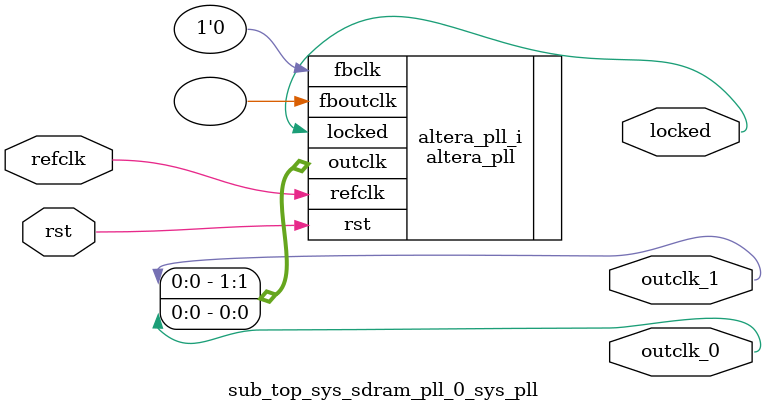
<source format=v>
`timescale 1ns/10ps
module  sub_top_sys_sdram_pll_0_sys_pll(

	// interface 'refclk'
	input wire refclk,

	// interface 'reset'
	input wire rst,

	// interface 'outclk0'
	output wire outclk_0,

	// interface 'outclk1'
	output wire outclk_1,

	// interface 'locked'
	output wire locked
);

	altera_pll #(
		.fractional_vco_multiplier("false"),
		.reference_clock_frequency("50.0 MHz"),
		.operation_mode("direct"),
		.number_of_clocks(2),
		.output_clock_frequency0("50.000000 MHz"),
		.phase_shift0("0 ps"),
		.duty_cycle0(50),
		.output_clock_frequency1("50.000000 MHz"),
		.phase_shift1("-3000 ps"),
		.duty_cycle1(50),
		.output_clock_frequency2("0 MHz"),
		.phase_shift2("0 ps"),
		.duty_cycle2(50),
		.output_clock_frequency3("0 MHz"),
		.phase_shift3("0 ps"),
		.duty_cycle3(50),
		.output_clock_frequency4("0 MHz"),
		.phase_shift4("0 ps"),
		.duty_cycle4(50),
		.output_clock_frequency5("0 MHz"),
		.phase_shift5("0 ps"),
		.duty_cycle5(50),
		.output_clock_frequency6("0 MHz"),
		.phase_shift6("0 ps"),
		.duty_cycle6(50),
		.output_clock_frequency7("0 MHz"),
		.phase_shift7("0 ps"),
		.duty_cycle7(50),
		.output_clock_frequency8("0 MHz"),
		.phase_shift8("0 ps"),
		.duty_cycle8(50),
		.output_clock_frequency9("0 MHz"),
		.phase_shift9("0 ps"),
		.duty_cycle9(50),
		.output_clock_frequency10("0 MHz"),
		.phase_shift10("0 ps"),
		.duty_cycle10(50),
		.output_clock_frequency11("0 MHz"),
		.phase_shift11("0 ps"),
		.duty_cycle11(50),
		.output_clock_frequency12("0 MHz"),
		.phase_shift12("0 ps"),
		.duty_cycle12(50),
		.output_clock_frequency13("0 MHz"),
		.phase_shift13("0 ps"),
		.duty_cycle13(50),
		.output_clock_frequency14("0 MHz"),
		.phase_shift14("0 ps"),
		.duty_cycle14(50),
		.output_clock_frequency15("0 MHz"),
		.phase_shift15("0 ps"),
		.duty_cycle15(50),
		.output_clock_frequency16("0 MHz"),
		.phase_shift16("0 ps"),
		.duty_cycle16(50),
		.output_clock_frequency17("0 MHz"),
		.phase_shift17("0 ps"),
		.duty_cycle17(50),
		.pll_type("General"),
		.pll_subtype("General")
	) altera_pll_i (
		.rst	(rst),
		.outclk	({outclk_1, outclk_0}),
		.locked	(locked),
		.fboutclk	( ),
		.fbclk	(1'b0),
		.refclk	(refclk)
	);
endmodule


</source>
